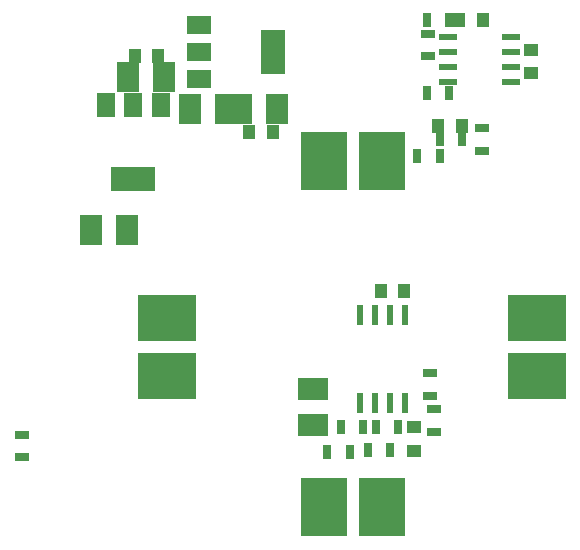
<source format=gtp>
G04 #@! TF.FileFunction,Paste,Top*
%FSLAX46Y46*%
G04 Gerber Fmt 4.6, Leading zero omitted, Abs format (unit mm)*
G04 Created by KiCad (PCBNEW 4.0.7) date 06/01/18 20:16:30*
%MOMM*%
%LPD*%
G01*
G04 APERTURE LIST*
%ADD10C,0.100000*%
%ADD11R,4.000000X5.000000*%
%ADD12R,5.000000X4.000000*%
%ADD13R,1.000000X1.250000*%
%ADD14R,1.950000X2.500000*%
%ADD15R,2.500000X1.950000*%
%ADD16R,1.250000X1.000000*%
%ADD17R,0.700000X1.300000*%
%ADD18R,1.300000X0.700000*%
%ADD19R,0.550000X1.750000*%
%ADD20R,1.550000X0.600000*%
%ADD21R,2.000000X3.800000*%
%ADD22R,2.000000X1.500000*%
%ADD23R,3.800000X2.000000*%
%ADD24R,1.500000X2.000000*%
G04 APERTURE END LIST*
D10*
D11*
X52552000Y-63552000D03*
X47652000Y-63552000D03*
D12*
X34302000Y-52448000D03*
X34302000Y-47548000D03*
D13*
X61100000Y-22300000D03*
X59100000Y-22300000D03*
D14*
X36275000Y-29800000D03*
X39325000Y-29800000D03*
X43625000Y-29800000D03*
X40575000Y-29800000D03*
X27885000Y-40050000D03*
X30935000Y-40050000D03*
D13*
X43300000Y-31800000D03*
X41300000Y-31800000D03*
D14*
X31075000Y-27100000D03*
X34125000Y-27100000D03*
D13*
X31600000Y-25300000D03*
X33600000Y-25300000D03*
D15*
X46700000Y-53565000D03*
X46700000Y-56615000D03*
D16*
X55230000Y-58770000D03*
X55230000Y-56770000D03*
D13*
X57300000Y-31300000D03*
X59300000Y-31300000D03*
D17*
X47900000Y-58870000D03*
X49800000Y-58870000D03*
X52010000Y-56780000D03*
X53910000Y-56780000D03*
D18*
X56630000Y-54090000D03*
X56630000Y-52190000D03*
D17*
X49040000Y-56740000D03*
X50940000Y-56740000D03*
D18*
X56980000Y-55230000D03*
X56980000Y-57130000D03*
X61000000Y-33350000D03*
X61000000Y-31450000D03*
D17*
X56350000Y-28500000D03*
X58250000Y-28500000D03*
D18*
X22020000Y-59310000D03*
X22020000Y-57410000D03*
X56400000Y-23450000D03*
X56400000Y-25350000D03*
D17*
X56350000Y-22300000D03*
X58250000Y-22300000D03*
X55540000Y-33780000D03*
X57440000Y-33780000D03*
X57450000Y-32400000D03*
X59350000Y-32400000D03*
X51330000Y-58730000D03*
X53230000Y-58730000D03*
D19*
X50655000Y-54690000D03*
X51925000Y-54690000D03*
X53195000Y-54690000D03*
X54465000Y-54690000D03*
X54465000Y-47290000D03*
X53195000Y-47290000D03*
X51925000Y-47290000D03*
X50655000Y-47290000D03*
D20*
X58100000Y-23695000D03*
X58100000Y-24965000D03*
X58100000Y-26235000D03*
X58100000Y-27505000D03*
X63500000Y-27505000D03*
X63500000Y-26235000D03*
X63500000Y-24965000D03*
X63500000Y-23695000D03*
D11*
X47660000Y-34206000D03*
X52560000Y-34206000D03*
D12*
X65680000Y-47528000D03*
X65680000Y-52428000D03*
D21*
X43350000Y-25000000D03*
D22*
X37050000Y-25000000D03*
X37050000Y-27300000D03*
X37050000Y-22700000D03*
D23*
X31500000Y-35750000D03*
D24*
X31500000Y-29450000D03*
X29200000Y-29450000D03*
X33800000Y-29450000D03*
D16*
X65190000Y-24790000D03*
X65190000Y-26790000D03*
D13*
X52420000Y-45220000D03*
X54420000Y-45220000D03*
M02*

</source>
